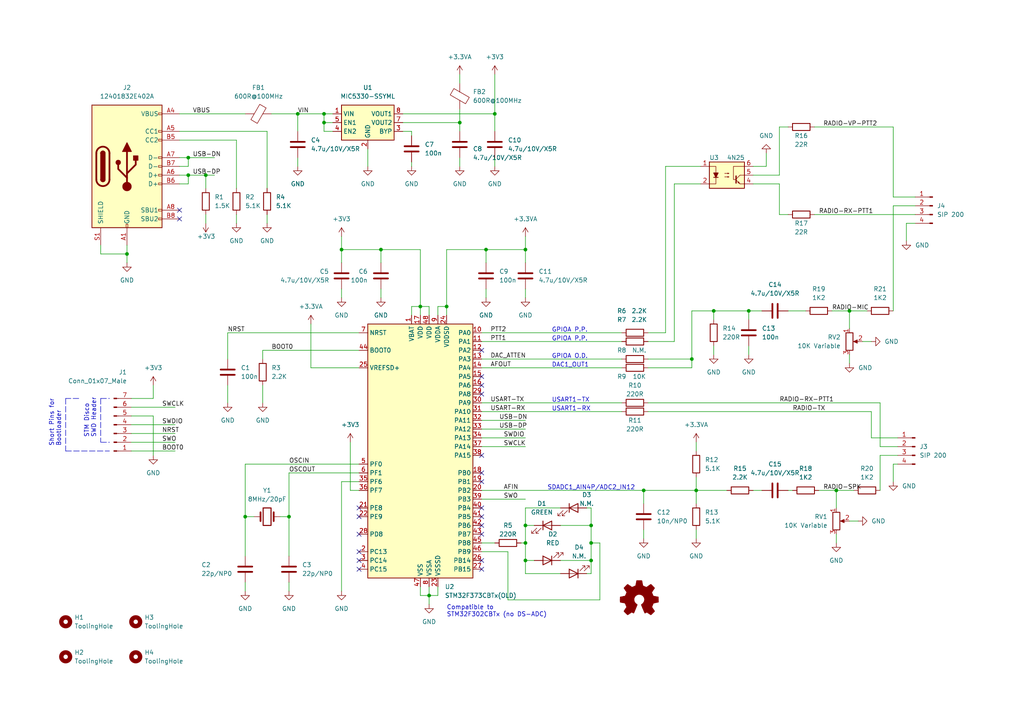
<source format=kicad_sch>
(kicad_sch (version 20231120) (generator "eeschema") (generator_version "8.0")
  (paper "A4")
  (title_block (title "All-In-One-Cable (AIOC)") (rev "1.0"))
  (lib_symbols
    (symbol "Connector:Conn_01x04_Male" (pin_names (offset 1.016) hide)
      (property "Reference" "J" (at 0 5.08 0))
      (property "Value" "Conn_01x04_Male" (at 0 -7.62 0))
      (symbol "Conn_01x04_Male_1_1"
        (pin passive line (at 5.08 2.54 180) (length 3.81) (name "Pin_1") (number "1"))
        (pin passive line (at 5.08 0 180) (length 3.81) (name "Pin_2") (number "2"))
        (pin passive line (at 5.08 -2.54 180) (length 3.81) (name "Pin_3") (number "3"))
        (pin passive line (at 5.08 -5.08 180) (length 3.81) (name "Pin_4") (number "4"))
      )
    )
    (symbol "Connector:Conn_01x07_Male" (pin_names (offset 1.016) hide)
      (property "Reference" "J" (at 0 10.16 0))
      (property "Value" "Conn_01x07_Male" (at 0 -10.16 0))
      (symbol "Conn_01x07_Male_1_1"
        (pin passive line (at 5.08 7.62 180) (length 3.81) (name "Pin_1") (number "1"))
        (pin passive line (at 5.08 5.08 180) (length 3.81) (name "Pin_2") (number "2"))
        (pin passive line (at 5.08 2.54 180) (length 3.81) (name "Pin_3") (number "3"))
        (pin passive line (at 5.08 0 180) (length 3.81) (name "Pin_4") (number "4"))
        (pin passive line (at 5.08 -2.54 180) (length 3.81) (name "Pin_5") (number "5"))
        (pin passive line (at 5.08 -5.08 180) (length 3.81) (name "Pin_6") (number "6"))
        (pin passive line (at 5.08 -7.62 180) (length 3.81) (name "Pin_7") (number "7"))
      )
    )
    (symbol "Connector:USB_C_Receptacle_USB2.0" (pin_names (offset 1.016))
      (property "Reference" "J2" (at 0 22.86 0))
      (property "Value" "12401832E402A" (at 0 20.32 0))
      (symbol "USB_C_Receptacle_USB2.0_1_1"
        (pin passive line (at 0 -22.86 90) (length 5.08) (name "GND") (number "A1"))
        (pin passive line (at 0 -22.86 90) (length 5.08) hide (name "GND") (number "A12"))
        (pin passive line (at 15.24 15.24 180) (length 5.08) (name "VBUS") (number "A4"))
        (pin bidirectional line (at 15.24 10.16 180) (length 5.08) (name "CC1") (number "A5"))
        (pin bidirectional line (at 15.24 -2.54 180) (length 5.08) (name "D+") (number "A6"))
        (pin bidirectional line (at 15.24 2.54 180) (length 5.08) (name "D-") (number "A7"))
        (pin bidirectional line (at 15.24 -12.7 180) (length 5.08) (name "SBU1") (number "A8"))
        (pin power_out line (at 15.24 15.24 180) (length 5.08) hide (name "VBUS") (number "A9"))
        (pin passive line (at 0 -22.86 90) (length 5.08) hide (name "GND") (number "B1"))
        (pin passive line (at 0 -22.86 90) (length 5.08) hide (name "GND") (number "B12"))
        (pin passive line (at 15.24 15.24 180) (length 5.08) hide (name "VBUS") (number "B4"))
        (pin bidirectional line (at 15.24 7.62 180) (length 5.08) (name "CC2") (number "B5"))
        (pin bidirectional line (at 15.24 -5.08 180) (length 5.08) (name "D+") (number "B6"))
        (pin bidirectional line (at 15.24 0 180) (length 5.08) (name "D-") (number "B7"))
        (pin bidirectional line (at 15.24 -15.24 180) (length 5.08) (name "SBU2") (number "B8"))
        (pin passive line (at 15.24 15.24 180) (length 5.08) hide (name "VBUS") (number "B9"))
        (pin passive line (at -7.62 -22.86 90) (length 5.08) (name "SHIELD") (number "S1"))
      )
    )
    (symbol "Device:C" (pin_numbers hide) (pin_names (offset 0.254))
      (property "Reference" "C" (at 0.635 2.54 0))
      (property "Value" "C" (at 0.635 -2.54 0))
      (symbol "C_1_1"
        (pin passive line (at 0 3.81 270) (length 2.794) (name "~") (number "1"))
        (pin passive line (at 0 -3.81 90) (length 2.794) (name "~") (number "2"))
      )
    )
    (symbol "Device:Crystal" (pin_numbers hide) (pin_names (offset 1.016) hide)
      (property "Reference" "Y" (at 0 3.81 0))
      (property "Value" "Crystal" (at 0 -3.81 0))
      (symbol "Crystal_1_1"
        (pin passive line (at -3.81 0 0) (length 1.27) (name "1") (number "1"))
        (pin passive line (at 3.81 0 180) (length 1.27) (name "2") (number "2"))
      )
    )
    (symbol "Device:FerriteBead" (pin_numbers hide) (pin_names (offset 0))
      (property "Reference" "FB" (at -3.81 0.635 90))
      (property "Value" "FerriteBead" (at 3.81 0 90))
      (symbol "FerriteBead_1_1"
        (pin passive line (at 0 3.81 270) (length 2.54) (name "~") (number "1"))
        (pin passive line (at 0 -3.81 90) (length 2.54) (name "~") (number "2"))
      )
    )
    (symbol "Device:LED" (pin_numbers hide) (pin_names (offset 1.016) hide)
      (property "Reference" "D" (at 0 2.54 0))
      (property "Value" "LED" (at 0 -2.54 0))
      (symbol "LED_1_1"
        (pin passive line (at -3.81 0 0) (length 2.54) (name "K") (number "1"))
        (pin passive line (at 3.81 0 180) (length 2.54) (name "A") (number "2"))
      )
    )
    (symbol "Device:R" (pin_numbers hide) (pin_names (offset 0))
      (property "Reference" "R" (at 2.032 0 90))
      (property "Value" "R" (at 0 0 90))
      (symbol "R_1_1"
        (pin passive line (at 0 3.81 270) (length 1.27) (name "~") (number "1"))
        (pin passive line (at 0 -3.81 90) (length 1.27) (name "~") (number "2"))
      )
    )
    (symbol "Device:R_Potentiometer" (pin_names (offset 1.016) hide)
      (property "Reference" "RV" (at -4.445 0 90))
      (property "Value" "R_Potentiometer" (at -2.54 0 90))
      (symbol "R_Potentiometer_1_1"
        (pin passive line (at 0 3.81 270) (length 1.27) (name "1") (number "1"))
        (pin passive line (at 3.81 0 180) (length 1.27) (name "2") (number "2"))
        (pin passive line (at 0 -3.81 90) (length 1.27) (name "3") (number "3"))
      )
    )
    (symbol "Graphic:Logo_Open_Hardware_Small" (pin_names (offset 1.016)))
    (symbol "MCU_ST_STM32F3:STM32F373CBTx"
      (property "Reference" "U" (at -15.24 36.83 0))
      (property "Value" "STM32F373CBTx" (at 10.16 36.83 0))
      (symbol "STM32F373CBTx_1_1"
        (pin power_in line (at -2.54 38.1 270) (length 2.54) (name "VBAT") (number "1"))
        (pin bidirectional line (at 17.78 33.02 180) (length 2.54) (name "PA0") (number "10"))
        (pin bidirectional line (at 17.78 30.48 180) (length 2.54) (name "PA1") (number "11"))
        (pin bidirectional line (at 17.78 27.94 180) (length 2.54) (name "PA2") (number "12"))
        (pin bidirectional line (at 17.78 25.4 180) (length 2.54) (name "PA3") (number "13"))
        (pin bidirectional line (at 17.78 22.86 180) (length 2.54) (name "PA4") (number "14"))
        (pin bidirectional line (at 17.78 20.32 180) (length 2.54) (name "PA5") (number "15"))
        (pin bidirectional line (at 17.78 17.78 180) (length 2.54) (name "PA6") (number "16"))
        (pin power_in line (at 0 38.1 270) (length 2.54) (name "VDD") (number "17"))
        (pin bidirectional line (at 17.78 -7.62 180) (length 2.54) (name "PB0") (number "18"))
        (pin bidirectional line (at 17.78 -10.16 180) (length 2.54) (name "PB1") (number "19"))
        (pin bidirectional line (at -17.78 -30.48 0) (length 2.54) (name "PC13") (number "2"))
        (pin bidirectional line (at 17.78 -12.7 180) (length 2.54) (name "PB2") (number "20"))
        (pin bidirectional line (at -17.78 -17.78 0) (length 2.54) (name "PE8") (number "21"))
        (pin bidirectional line (at -17.78 -20.32 0) (length 2.54) (name "PE9") (number "22"))
        (pin power_in line (at 5.08 -40.64 90) (length 2.54) (name "VSSSD") (number "23"))
        (pin power_in line (at 7.62 38.1 270) (length 2.54) (name "VDDSD") (number "24"))
        (pin power_in line (at -17.78 22.86 0) (length 2.54) (name "VREFSD+") (number "25"))
        (pin bidirectional line (at 17.78 -33.02 180) (length 2.54) (name "PB14") (number "26"))
        (pin bidirectional line (at 17.78 -35.56 180) (length 2.54) (name "PB15") (number "27"))
        (pin bidirectional line (at -17.78 -25.4 0) (length 2.54) (name "PD8") (number "28"))
        (pin bidirectional line (at 17.78 15.24 180) (length 2.54) (name "PA8") (number "29"))
        (pin bidirectional line (at -17.78 -33.02 0) (length 2.54) (name "PC14") (number "3"))
        (pin bidirectional line (at 17.78 12.7 180) (length 2.54) (name "PA9") (number "30"))
        (pin bidirectional line (at 17.78 10.16 180) (length 2.54) (name "PA10") (number "31"))
        (pin bidirectional line (at 17.78 7.62 180) (length 2.54) (name "PA11") (number "32"))
        (pin bidirectional line (at 17.78 5.08 180) (length 2.54) (name "PA12") (number "33"))
        (pin bidirectional line (at 17.78 2.54 180) (length 2.54) (name "PA13") (number "34"))
        (pin bidirectional line (at -17.78 -10.16 0) (length 2.54) (name "PF6") (number "35"))
        (pin bidirectional line (at -17.78 -12.7 0) (length 2.54) (name "PF7") (number "36"))
        (pin bidirectional line (at 17.78 0 180) (length 2.54) (name "PA14") (number "37"))
        (pin bidirectional line (at 17.78 -2.54 180) (length 2.54) (name "PA15") (number "38"))
        (pin bidirectional line (at 17.78 -15.24 180) (length 2.54) (name "PB3") (number "39"))
        (pin bidirectional line (at -17.78 -35.56 0) (length 2.54) (name "PC15") (number "4"))
        (pin bidirectional line (at 17.78 -17.78 180) (length 2.54) (name "PB4") (number "40"))
        (pin bidirectional line (at 17.78 -20.32 180) (length 2.54) (name "PB5") (number "41"))
        (pin bidirectional line (at 17.78 -22.86 180) (length 2.54) (name "PB6") (number "42"))
        (pin bidirectional line (at 17.78 -25.4 180) (length 2.54) (name "PB7") (number "43"))
        (pin input line (at -17.78 27.94 0) (length 2.54) (name "BOOT0") (number "44"))
        (pin bidirectional line (at 17.78 -27.94 180) (length 2.54) (name "PB8") (number "45"))
        (pin bidirectional line (at 17.78 -30.48 180) (length 2.54) (name "PB9") (number "46"))
        (pin power_in line (at 0 -40.64 90) (length 2.54) (name "VSS") (number "47"))
        (pin power_in line (at 2.54 38.1 270) (length 2.54) (name "VDD") (number "48"))
        (pin input line (at -17.78 -5.08 0) (length 2.54) (name "PF0") (number "5"))
        (pin input line (at -17.78 -7.62 0) (length 2.54) (name "PF1") (number "6"))
        (pin input line (at -17.78 33.02 0) (length 2.54) (name "NRST") (number "7"))
        (pin power_in line (at 2.54 -40.64 90) (length 2.54) (name "VSSA") (number "8"))
        (pin power_in line (at 5.08 38.1 270) (length 2.54) (name "VDDA") (number "9"))
      )
    )
    (symbol "Mechanical:MountingHole" (pin_names (offset 1.016))
      (property "Reference" "H" (at 0 5.08 0))
      (property "Value" "MountingHole" (at 0 3.175 0))
    )
    (symbol "Radio_Digi-rescue:4N25" (pin_names (offset 1.016))
      (property "Reference" "U" (at -5.08 5.08 0))
      (property "Value" "4N25" (at 0 5.08 0))
      (symbol "4N25_1_1"
        (pin passive line (at -7.62 2.54 0) (length 2.54) (name "~") (number "1"))
        (pin passive line (at -7.62 -2.54 0) (length 2.54) (name "~") (number "2"))
        (pin no_connect line (at -7.62 0 0) (length 2.54) hide (name "NC") (number "3"))
        (pin passive line (at 7.62 -2.54 180) (length 2.54) (name "~") (number "4"))
        (pin passive line (at 7.62 0 180) (length 2.54) (name "~") (number "5"))
        (pin passive line (at 7.62 2.54 180) (length 2.54) (name "~") (number "6"))
      )
    )
    (symbol "aioc:MIC5330-SSYML"
      (property "Reference" "U" (at 0 8.89 0))
      (property "Value" "MIC5330-SSYML" (at 0 6.35 0))
      (symbol "MIC5330-SSYML_1_1"
        (pin power_in line (at -10.16 2.54 0) (length 2.54) (name "VIN") (number "1"))
        (pin power_in line (at 0 -7.62 90) (length 2.54) (name "GND") (number "2"))
        (pin passive line (at 10.16 -2.54 180) (length 2.54) (name "BYP") (number "3"))
        (pin input line (at -10.16 -2.54 0) (length 2.54) (name "EN2") (number "4"))
        (pin input line (at -10.16 0 0) (length 2.54) (name "EN1") (number "5"))
        (pin power_out line (at 10.16 0 180) (length 2.54) (name "VOUT2") (number "7"))
        (pin power_out line (at 10.16 2.54 180) (length 2.54) (name "VOUT1") (number "8"))
        (pin passive line (at 0 -7.62 90) (length 2.54) hide (name "GND") (number "9"))
      )
    )
    (symbol "power:+3.3VA" (power) (pin_names (offset 0))
      (property "Value" "+3.3VA" (at 0 3.556 0))
      (symbol "+3.3VA_1_1"
        (pin power_in line (at 0 0 90) (length 0) hide (name "+3.3VA") (number "1"))
      )
    )
    (symbol "power:+3V3" (power) (pin_names (offset 0))
      (property "Value" "+3V3" (at 0 3.556 0))
      (symbol "+3V3_1_1"
        (pin power_in line (at 0 0 90) (length 0) hide (name "+3V3") (number "1"))
      )
    )
    (symbol "power:GND" (power) (pin_names (offset 0))
      (property "Value" "GND" (at 0 -3.81 0))
      (symbol "GND_1_1"
        (pin power_in line (at 0 0 270) (length 0) hide (name "GND") (number "1"))
      )
    )
  )
  (junction (at 54.61 45.72))
  (junction (at 152.4 152.4))
  (junction (at 36.83 73.66))
  (junction (at 59.69 50.8))
  (junction (at 171.45 162.56))
  (junction (at 93.98 33.02))
  (junction (at 246.38 90.17))
  (junction (at 140.97 72.39))
  (junction (at 86.36 33.02))
  (junction (at 201.93 142.24))
  (junction (at 152.4 162.56))
  (junction (at 171.45 152.4))
  (junction (at 171.45 157.48))
  (junction (at 129.54 88.9))
  (junction (at 121.92 88.9))
  (junction (at 133.35 35.56))
  (junction (at 152.4 72.39))
  (junction (at 207.01 90.17))
  (junction (at 217.17 90.17))
  (junction (at 99.06 72.39))
  (junction (at 242.57 142.24))
  (junction (at 110.49 72.39))
  (junction (at 54.61 50.8))
  (junction (at 71.12 149.86))
  (junction (at 124.46 172.72))
  (junction (at 152.4 157.48))
  (junction (at 186.69 142.24))
  (junction (at 83.82 149.86))
  (junction (at 200.66 104.14))
  (junction (at 143.51 33.02))
  (junction (at 93.98 35.56))
  (no_connect (at 104.14 162.56))
  (no_connect (at 104.14 154.94))
  (no_connect (at 104.14 160.02))
  (no_connect (at 104.14 165.1))
  (no_connect (at 104.14 147.32))
  (no_connect (at 104.14 149.86))
  (no_connect (at 139.7 109.22))
  (no_connect (at 139.7 111.76))
  (no_connect (at 139.7 114.3))
  (no_connect (at 139.7 101.6))
  (no_connect (at 139.7 132.08))
  (no_connect (at 139.7 137.16))
  (no_connect (at 139.7 149.86))
  (no_connect (at 139.7 152.4))
  (no_connect (at 139.7 139.7))
  (no_connect (at 139.7 147.32))
  (no_connect (at 139.7 162.56))
  (no_connect (at 139.7 165.1))
  (no_connect (at 139.7 154.94))
  (no_connect (at 52.07 63.5))
  (no_connect (at 52.07 60.96))
  (wire (pts (xy 143.51 21.59) (xy 143.51 33.02)))
  (wire (pts (xy 186.69 153.67) (xy 186.69 156.21)))
  (wire (pts (xy 200.66 106.68) (xy 200.66 104.14)))
  (wire (pts (xy 121.92 72.39) (xy 110.49 72.39)))
  (wire (pts (xy 124.46 172.72) (xy 124.46 175.26)))
  (wire (pts (xy 121.92 91.44) (xy 121.92 88.9)))
  (wire (pts (xy 255.27 132.08) (xy 260.35 132.08)))
  (wire (pts (xy 124.46 88.9) (xy 124.46 91.44)))
  (wire (pts (xy 139.7 129.54) (xy 152.4 129.54)))
  (wire (pts (xy 195.58 53.34) (xy 195.58 99.06)))
  (wire (pts (xy 218.44 50.8) (xy 226.06 50.8)))
  (wire (pts (xy 83.82 137.16) (xy 83.82 149.86)))
  (wire (pts (xy 171.45 147.32) (xy 170.18 147.32)))
  (wire (pts (xy 66.04 96.52) (xy 66.04 104.14)))
  (wire (pts (xy 86.36 33.02) (xy 93.98 33.02)))
  (wire (pts (xy 52.07 38.1) (xy 77.47 38.1)))
  (wire (pts (xy 99.06 68.58) (xy 99.06 72.39)))
  (wire (pts (xy 226.06 36.83) (xy 228.6 36.83)))
  (wire (pts (xy 140.97 72.39) (xy 140.97 76.2)))
  (wire (pts (xy 147.32 173.99) (xy 147.32 160.02)))
  (polyline (pts (xy 22.86 115.57) (xy 19.05 115.57)) (stroke (width 0) (type dash)))
  (wire (pts (xy 241.3 90.17) (xy 246.38 90.17)))
  (wire (pts (xy 77.47 62.23) (xy 77.47 64.77)))
  (wire (pts (xy 187.96 119.38) (xy 252.73 119.38)))
  (wire (pts (xy 170.18 166.37) (xy 171.45 166.37)))
  (wire (pts (xy 228.6 142.24) (xy 229.87 142.24)))
  (wire (pts (xy 133.35 35.56) (xy 133.35 38.1)))
  (wire (pts (xy 162.56 166.37) (xy 152.4 166.37)))
  (wire (pts (xy 127 88.9) (xy 127 91.44)))
  (wire (pts (xy 96.52 35.56) (xy 93.98 35.56)))
  (wire (pts (xy 66.04 111.76) (xy 66.04 116.84)))
  (wire (pts (xy 152.4 72.39) (xy 152.4 76.2)))
  (wire (pts (xy 162.56 147.32) (xy 152.4 147.32)))
  (wire (pts (xy 104.14 96.52) (xy 66.04 96.52)))
  (wire (pts (xy 242.57 142.24) (xy 247.65 142.24)))
  (wire (pts (xy 201.93 146.05) (xy 201.93 142.24)))
  (polyline (pts (xy 29.21 115.57) (xy 29.21 128.27)) (stroke (width 0) (type dash)))
  (wire (pts (xy 187.96 106.68) (xy 200.66 106.68)))
  (wire (pts (xy 171.45 152.4) (xy 171.45 157.48)))
  (wire (pts (xy 38.1 115.57) (xy 44.45 115.57)))
  (wire (pts (xy 93.98 33.02) (xy 96.52 33.02)))
  (polyline (pts (xy 19.05 130.81) (xy 31.75 130.81)) (stroke (width 0) (type dash)))
  (wire (pts (xy 152.4 162.56) (xy 154.94 162.56)))
  (wire (pts (xy 93.98 38.1) (xy 93.98 35.56)))
  (wire (pts (xy 44.45 115.57) (xy 44.45 111.76)))
  (wire (pts (xy 38.1 128.27) (xy 50.8 128.27)))
  (wire (pts (xy 152.4 83.82) (xy 152.4 86.36)))
  (wire (pts (xy 71.12 149.86) (xy 73.66 149.86)))
  (wire (pts (xy 121.92 170.18) (xy 121.92 172.72)))
  (wire (pts (xy 99.06 139.7) (xy 99.06 171.45)))
  (wire (pts (xy 217.17 100.33) (xy 217.17 102.87)))
  (wire (pts (xy 255.27 142.24) (xy 255.27 132.08)))
  (wire (pts (xy 129.54 72.39) (xy 129.54 88.9)))
  (wire (pts (xy 29.21 71.12) (xy 29.21 73.66)))
  (wire (pts (xy 71.12 149.86) (xy 71.12 161.29)))
  (wire (pts (xy 226.06 62.23) (xy 228.6 62.23)))
  (wire (pts (xy 119.38 38.1) (xy 119.38 39.37)))
  (wire (pts (xy 77.47 38.1) (xy 77.47 54.61)))
  (wire (pts (xy 116.84 38.1) (xy 119.38 38.1)))
  (wire (pts (xy 86.36 33.02) (xy 86.36 38.1)))
  (wire (pts (xy 151.13 157.48) (xy 152.4 157.48)))
  (wire (pts (xy 54.61 45.72) (xy 62.23 45.72)))
  (wire (pts (xy 110.49 72.39) (xy 110.49 76.2)))
  (wire (pts (xy 133.35 45.72) (xy 133.35 48.26)))
  (wire (pts (xy 152.4 157.48) (xy 152.4 162.56)))
  (wire (pts (xy 139.7 127) (xy 152.4 127)))
  (wire (pts (xy 71.12 134.62) (xy 71.12 149.86)))
  (wire (pts (xy 217.17 90.17) (xy 220.98 90.17)))
  (wire (pts (xy 139.7 119.38) (xy 180.34 119.38)))
  (wire (pts (xy 228.6 90.17) (xy 233.68 90.17)))
  (wire (pts (xy 171.45 166.37) (xy 171.45 162.56)))
  (wire (pts (xy 121.92 88.9) (xy 124.46 88.9)))
  (wire (pts (xy 193.04 48.26) (xy 193.04 96.52)))
  (wire (pts (xy 59.69 50.8) (xy 59.69 54.61)))
  (wire (pts (xy 76.2 111.76) (xy 76.2 116.84)))
  (wire (pts (xy 171.45 157.48) (xy 171.45 162.56)))
  (wire (pts (xy 36.83 73.66) (xy 36.83 76.2)))
  (wire (pts (xy 83.82 168.91) (xy 83.82 171.45)))
  (wire (pts (xy 222.25 48.26) (xy 222.25 44.45)))
  (wire (pts (xy 237.49 142.24) (xy 242.57 142.24)))
  (wire (pts (xy 44.45 120.65) (xy 44.45 132.08)))
  (wire (pts (xy 139.7 144.78) (xy 152.4 144.78)))
  (wire (pts (xy 246.38 151.13) (xy 248.92 151.13)))
  (wire (pts (xy 99.06 83.82) (xy 99.06 86.36)))
  (wire (pts (xy 119.38 88.9) (xy 121.92 88.9)))
  (wire (pts (xy 242.57 154.94) (xy 242.57 157.48)))
  (wire (pts (xy 259.08 36.83) (xy 259.08 57.15)))
  (polyline (pts (xy 29.21 128.27) (xy 31.75 128.27)) (stroke (width 0) (type dash)))
  (wire (pts (xy 38.1 125.73) (xy 50.8 125.73)))
  (wire (pts (xy 152.4 166.37) (xy 152.4 162.56)))
  (wire (pts (xy 173.99 157.48) (xy 173.99 173.99)))
  (wire (pts (xy 119.38 91.44) (xy 119.38 88.9)))
  (wire (pts (xy 52.07 50.8) (xy 54.61 50.8)))
  (wire (pts (xy 195.58 53.34) (xy 203.2 53.34)))
  (wire (pts (xy 173.99 173.99) (xy 147.32 173.99)))
  (wire (pts (xy 76.2 101.6) (xy 76.2 104.14)))
  (wire (pts (xy 207.01 92.71) (xy 207.01 90.17)))
  (wire (pts (xy 38.1 118.11) (xy 50.8 118.11)))
  (wire (pts (xy 255.27 129.54) (xy 260.35 129.54)))
  (wire (pts (xy 143.51 45.72) (xy 143.51 48.26)))
  (wire (pts (xy 124.46 170.18) (xy 124.46 172.72)))
  (wire (pts (xy 139.7 99.06) (xy 180.34 99.06)))
  (wire (pts (xy 52.07 48.26) (xy 54.61 48.26)))
  (wire (pts (xy 143.51 33.02) (xy 143.51 38.1)))
  (wire (pts (xy 226.06 50.8) (xy 226.06 36.83)))
  (wire (pts (xy 52.07 53.34) (xy 54.61 53.34)))
  (wire (pts (xy 68.58 40.64) (xy 68.58 54.61)))
  (wire (pts (xy 104.14 139.7) (xy 99.06 139.7)))
  (wire (pts (xy 217.17 90.17) (xy 217.17 92.71)))
  (wire (pts (xy 81.28 149.86) (xy 83.82 149.86)))
  (wire (pts (xy 116.84 33.02) (xy 143.51 33.02)))
  (wire (pts (xy 265.43 64.77) (xy 262.89 64.77)))
  (wire (pts (xy 171.45 152.4) (xy 171.45 147.32)))
  (wire (pts (xy 133.35 21.59) (xy 133.35 24.13)))
  (wire (pts (xy 252.73 127) (xy 260.35 127)))
  (wire (pts (xy 200.66 90.17) (xy 207.01 90.17)))
  (wire (pts (xy 186.69 146.05) (xy 186.69 142.24)))
  (wire (pts (xy 207.01 100.33) (xy 207.01 102.87)))
  (wire (pts (xy 127 170.18) (xy 127 172.72)))
  (wire (pts (xy 29.21 73.66) (xy 36.83 73.66)))
  (wire (pts (xy 139.7 116.84) (xy 180.34 116.84)))
  (wire (pts (xy 119.38 46.99) (xy 119.38 48.26)))
  (wire (pts (xy 162.56 152.4) (xy 171.45 152.4)))
  (wire (pts (xy 101.6 128.27) (xy 101.6 142.24)))
  (wire (pts (xy 104.14 101.6) (xy 76.2 101.6)))
  (wire (pts (xy 201.93 128.27) (xy 201.93 130.81)))
  (wire (pts (xy 236.22 36.83) (xy 259.08 36.83)))
  (wire (pts (xy 110.49 83.82) (xy 110.49 86.36)))
  (wire (pts (xy 52.07 33.02) (xy 71.12 33.02)))
  (wire (pts (xy 129.54 72.39) (xy 140.97 72.39)))
  (wire (pts (xy 201.93 142.24) (xy 210.82 142.24)))
  (wire (pts (xy 187.96 104.14) (xy 200.66 104.14)))
  (wire (pts (xy 200.66 104.14) (xy 200.66 90.17)))
  (wire (pts (xy 83.82 137.16) (xy 104.14 137.16)))
  (wire (pts (xy 201.93 138.43) (xy 201.93 142.24)))
  (wire (pts (xy 255.27 116.84) (xy 255.27 129.54)))
  (wire (pts (xy 139.7 96.52) (xy 180.34 96.52)))
  (wire (pts (xy 218.44 142.24) (xy 220.98 142.24)))
  (wire (pts (xy 83.82 149.86) (xy 83.82 161.29)))
  (wire (pts (xy 116.84 35.56) (xy 133.35 35.56)))
  (wire (pts (xy 171.45 157.48) (xy 173.99 157.48)))
  (wire (pts (xy 152.4 152.4) (xy 152.4 157.48)))
  (wire (pts (xy 201.93 153.67) (xy 201.93 156.21)))
  (wire (pts (xy 44.45 120.65) (xy 38.1 120.65)))
  (wire (pts (xy 218.44 53.34) (xy 226.06 53.34)))
  (wire (pts (xy 187.96 116.84) (xy 255.27 116.84)))
  (wire (pts (xy 259.08 59.69) (xy 265.43 59.69)))
  (wire (pts (xy 104.14 142.24) (xy 101.6 142.24)))
  (wire (pts (xy 71.12 168.91) (xy 71.12 171.45)))
  (wire (pts (xy 106.68 43.18) (xy 106.68 48.26)))
  (wire (pts (xy 52.07 45.72) (xy 54.61 45.72)))
  (wire (pts (xy 193.04 48.26) (xy 203.2 48.26)))
  (wire (pts (xy 68.58 62.23) (xy 68.58 64.77)))
  (wire (pts (xy 90.17 106.68) (xy 104.14 106.68)))
  (wire (pts (xy 129.54 88.9) (xy 127 88.9)))
  (polyline (pts (xy 19.05 115.57) (xy 19.05 130.81)) (stroke (width 0) (type dash)))
  (wire (pts (xy 127 172.72) (xy 124.46 172.72)))
  (wire (pts (xy 96.52 38.1) (xy 93.98 38.1)))
  (polyline (pts (xy 29.21 115.57) (xy 31.75 115.57)) (stroke (width 0) (type dash)))
  (wire (pts (xy 154.94 152.4) (xy 152.4 152.4)))
  (wire (pts (xy 121.92 72.39) (xy 121.92 88.9)))
  (wire (pts (xy 139.7 104.14) (xy 180.34 104.14)))
  (wire (pts (xy 54.61 50.8) (xy 54.61 53.34)))
  (wire (pts (xy 139.7 121.92) (xy 152.4 121.92)))
  (wire (pts (xy 236.22 62.23) (xy 265.43 62.23)))
  (wire (pts (xy 59.69 50.8) (xy 62.23 50.8)))
  (wire (pts (xy 52.07 40.64) (xy 68.58 40.64)))
  (wire (pts (xy 139.7 157.48) (xy 143.51 157.48)))
  (wire (pts (xy 140.97 83.82) (xy 140.97 86.36)))
  (wire (pts (xy 54.61 45.72) (xy 54.61 48.26)))
  (wire (pts (xy 246.38 90.17) (xy 251.46 90.17)))
  (wire (pts (xy 218.44 48.26) (xy 222.25 48.26)))
  (wire (pts (xy 162.56 162.56) (xy 171.45 162.56)))
  (wire (pts (xy 246.38 102.87) (xy 246.38 105.41)))
  (wire (pts (xy 147.32 160.02) (xy 139.7 160.02)))
  (wire (pts (xy 139.7 106.68) (xy 180.34 106.68)))
  (wire (pts (xy 129.54 91.44) (xy 129.54 88.9)))
  (wire (pts (xy 124.46 172.72) (xy 121.92 172.72)))
  (wire (pts (xy 86.36 45.72) (xy 86.36 48.26)))
  (wire (pts (xy 140.97 72.39) (xy 152.4 72.39)))
  (wire (pts (xy 99.06 72.39) (xy 99.06 76.2)))
  (wire (pts (xy 260.35 134.62) (xy 259.08 134.62)))
  (wire (pts (xy 54.61 50.8) (xy 59.69 50.8)))
  (wire (pts (xy 59.69 62.23) (xy 59.69 64.77)))
  (wire (pts (xy 262.89 64.77) (xy 262.89 69.85)))
  (wire (pts (xy 252.73 119.38) (xy 252.73 127)))
  (wire (pts (xy 110.49 72.39) (xy 99.06 72.39)))
  (wire (pts (xy 246.38 90.17) (xy 246.38 95.25)))
  (wire (pts (xy 36.83 71.12) (xy 36.83 73.66)))
  (wire (pts (xy 71.12 134.62) (xy 104.14 134.62)))
  (wire (pts (xy 259.08 134.62) (xy 259.08 139.7)))
  (wire (pts (xy 186.69 142.24) (xy 201.93 142.24)))
  (wire (pts (xy 250.19 99.06) (xy 252.73 99.06)))
  (wire (pts (xy 226.06 53.34) (xy 226.06 62.23)))
  (wire (pts (xy 139.7 142.24) (xy 186.69 142.24)))
  (wire (pts (xy 38.1 130.81) (xy 50.8 130.81)))
  (wire (pts (xy 152.4 147.32) (xy 152.4 152.4)))
  (wire (pts (xy 259.08 57.15) (xy 265.43 57.15)))
  (wire (pts (xy 133.35 31.75) (xy 133.35 35.56)))
  (wire (pts (xy 139.7 124.46) (xy 152.4 124.46)))
  (wire (pts (xy 242.57 142.24) (xy 242.57 147.32)))
  (wire (pts (xy 207.01 90.17) (xy 217.17 90.17)))
  (wire (pts (xy 93.98 33.02) (xy 93.98 35.56)))
  (wire (pts (xy 187.96 96.52) (xy 193.04 96.52)))
  (wire (pts (xy 78.74 33.02) (xy 86.36 33.02)))
  (wire (pts (xy 187.96 99.06) (xy 195.58 99.06)))
  (wire (pts (xy 259.08 90.17) (xy 259.08 59.69)))
  (wire (pts (xy 152.4 68.58) (xy 152.4 72.39)))
  (wire (pts (xy 38.1 123.19) (xy 50.8 123.19)))
  (wire (pts (xy 90.17 93.98) (xy 90.17 106.68)))
  (text "STM Disco\nSWD Header" (at 27.94 127 90) (effects (font (size 1.27 1.27)) (justify left bottom)))
  (text "Short Pins for\nBootloader" (at 17.78 129.54 90) (effects (font (size 1.27 1.27)) (justify left bottom)))
  (text "SDADC1_AIN4P/ADC2_IN12" (at 158.75 142.24 0) (effects (font (size 1.27 1.27)) (justify left bottom)))
  (text "USART1-TX" (at 160.02 116.84 0) (effects (font (size 1.27 1.27)) (justify left bottom)))
  (text "GPIOA P.P." (at 160.02 99.06 0) (effects (font (size 1.27 1.27)) (justify left bottom)))
  (text "DAC1_OUT1" (at 160.02 106.68 0) (effects (font (size 1.27 1.27)) (justify left bottom)))
  (text "GPIOA O.D." (at 160.02 104.14 0) (effects (font (size 1.27 1.27)) (justify left bottom)))
  (text "Compatible to \nSTM32F302CBTx (no DS-ADC)" (at 129.54 179.07 0) (effects (font (size 1.27 1.27)) (justify left bottom)))
  (text "USART1-RX" (at 160.02 119.38 0) (effects (font (size 1.27 1.27)) (justify left bottom)))
  (text "GPIOA P.P." (at 160.02 96.52 0) (effects (font (size 1.27 1.27)) (justify left bottom)))
  (label "OSCIN" (at 83.82 134.62 0))
  (label "RADIO-VP-PTT2" (at 238.76 36.83 0))
  (label "AFIN" (at 146.05 142.24 0))
  (label "VBUS" (at 55.88 33.02 0))
  (label "NRST" (at 66.04 96.52 0))
  (label "PTT2" (at 142.24 96.52 0))
  (label "SWO" (at 46.99 128.27 0))
  (label "SWO" (at 146.05 144.78 0))
  (label "SWDIO" (at 146.05 127 0))
  (label "USB-DN" (at 55.88 45.72 0))
  (label "OSCOUT" (at 83.82 137.16 0))
  (label "USB-DP" (at 55.88 50.8 0))
  (label "BOOT0" (at 78.74 101.6 0))
  (label "USART-RX" (at 142.24 119.38 0))
  (label "SWDIO" (at 46.99 123.19 0))
  (label "USB-DP" (at 144.78 124.46 0))
  (label "VIN" (at 86.36 33.02 0))
  (label "PTT1" (at 142.24 99.06 0))
  (label "AFOUT" (at 142.24 106.68 0))
  (label "SWCLK" (at 46.99 118.11 0))
  (label "RADIO-RX-PTT1" (at 226.06 116.84 0))
  (label "RADIO-MIC" (at 241.3 90.17 0))
  (label "RADIO-RX-PTT1" (at 237.49 62.23 0))
  (label "USART-TX" (at 142.24 116.84 0))
  (label "SWCLK" (at 146.05 129.54 0))
  (label "BOOT0" (at 46.99 130.81 0))
  (label "NRST" (at 46.99 125.73 0))
  (label "RADIO-SPK" (at 238.76 142.24 0))
  (label "DAC_ATTEN" (at 142.24 104.14 0))
  (label "USB-DN" (at 144.78 121.92 0))
  (label "RADIO-TX" (at 229.87 119.38 0))
  (symbol (lib_id "Device:R") (at 184.15 116.84 270) (unit 1)
    (property "Reference" "R10" (at 184.15 111.76 90))
    (property "Value" "220R" (at 184.15 114.3 90))
    (property "Footprint" "Resistor_SMD:R_0805_2012Metric_Pad1.20x1.40mm_HandSolder" (effects (hide yes)))
    (property "LCSC" "C22962" (effects (hide yes)))
  )
  (symbol (lib_id "power:+3V3") (at 59.69 64.77 180) (unit 1)
    (property "Reference" "#PWR04" (effects (hide yes)))
    (property "Value" "+3V3" (at 57.15 68.58 0) (effects (justify right)))
  )
  (symbol (lib_id "Mechanical:MountingHole") (at 19.05 190.5 0) (unit 1) (in_bom no)
    (property "Reference" "H2" (at 21.59 189.2299 0) (effects (justify left)))
    (property "Value" "ToolingHole" (at 21.59 191.7699 0) (effects (justify left)))
    (property "Footprint" "AIOC:TOOLING-HOLE" (effects (hide yes)))
  )
  (symbol (lib_id "power:GND") (at 99.06 86.36 0) (mirror y) (unit 1)
    (property "Reference" "#PWR014" (effects (hide yes)))
    (property "Value" "GND" (at 99.06 91.44 0))
  )
  (symbol (lib_id "power:+3.3VA") (at 133.35 21.59 0) (unit 1)
    (property "Reference" "#PWR021" (effects (hide yes)))
    (property "Value" "+3.3VA" (at 133.35 16.51 0))
  )
  (symbol (lib_id "Device:R") (at 214.63 142.24 90) (unit 1)
    (property "Reference" "R15" (at 214.63 135.89 90))
    (property "Value" "2.2K" (at 214.63 138.43 90))
    (property "Footprint" "Resistor_SMD:R_0805_2012Metric_Pad1.20x1.40mm_HandSolder" (effects (hide yes)))
    (property "LCSC" "C4190" (effects (hide yes)))
  )
  (symbol (lib_id "Graphic:Logo_Open_Hardware_Small") (at 185.42 173.99 0) (unit 1)
    (property "Reference" "#LOGO1" (effects (hide yes)))
    (property "Value" "Logo_Open_Hardware_Small" (effects (hide yes)))
  )
  (symbol (lib_id "Device:R") (at 255.27 90.17 90) (unit 1)
    (property "Reference" "R21" (at 255.27 83.82 90))
    (property "Value" "1K2" (at 255.27 86.36 90))
    (property "Footprint" "Resistor_SMD:R_0805_2012Metric_Pad1.20x1.40mm_HandSolder" (effects (hide yes)))
  )
  (symbol (lib_id "power:+3V3") (at 143.51 21.59 0) (unit 1)
    (property "Reference" "#PWR024" (effects (hide yes)))
    (property "Value" "+3V3" (at 143.51 16.51 0))
  )
  (symbol (lib_id "Device:R") (at 237.49 90.17 90) (unit 1)
    (property "Reference" "R19" (at 237.49 83.82 90))
    (property "Value" "1K2" (at 237.49 86.36 90))
    (property "Footprint" "Resistor_SMD:R_0805_2012Metric_Pad1.20x1.40mm_HandSolder" (effects (hide yes)))
  )
  (symbol (lib_id "Device:R") (at 184.15 104.14 270) (unit 1)
    (property "Reference" "R8" (at 180.34 101.6 90))
    (property "Value" "N.M." (at 185.42 101.6 90))
    (property "Footprint" "Resistor_SMD:R_0805_2012Metric_Pad1.20x1.40mm_HandSolder" (effects (hide yes)))
  )
  (symbol (lib_id "Device:R") (at 147.32 157.48 270) (unit 1)
    (property "Reference" "R5" (at 147.32 152.4 90))
    (property "Value" "220R" (at 147.32 154.94 90))
    (property "Footprint" "Resistor_SMD:R_0805_2012Metric_Pad1.20x1.40mm_HandSolder" (effects (hide yes)))
    (property "LCSC" "C22962" (effects (hide yes)))
  )
  (symbol (lib_id "power:GND") (at 36.83 76.2 0) (unit 1)
    (property "Reference" "#PWR01" (effects (hide yes)))
    (property "Value" "GND" (at 36.83 81.28 0))
  )
  (symbol (lib_id "power:GND") (at 66.04 116.84 0) (mirror y) (unit 1)
    (property "Reference" "#PWR05" (effects (hide yes)))
    (property "Value" "GND" (at 66.04 121.92 0))
  )
  (symbol (lib_id "Device:LED") (at 166.37 147.32 0) (unit 1)
    (property "Reference" "D3" (at 170.18 143.51 0))
    (property "Value" "N.M." (at 170.18 146.05 0))
    (property "Footprint" "LED_SMD:LED_0805_2012Metric_Pad1.15x1.40mm_HandSolder" (effects (hide yes)))
  )
  (symbol (lib_id "Device:R") (at 68.58 58.42 180) (unit 1)
    (property "Reference" "R2" (at 71.12 57.1499 0) (effects (justify right)))
    (property "Value" "5.1K" (at 71.12 59.6899 0) (effects (justify right)))
    (property "Footprint" "Resistor_SMD:R_0805_2012Metric_Pad1.20x1.40mm_HandSolder" (effects (hide yes)))
    (property "LCSC" "C23186" (effects (hide yes)))
  )
  (symbol (lib_id "MCU_ST_STM32F3:STM32F373CBTx") (at 121.92 129.54 0) (unit 1)
    (property "Reference" "U2" (at 129.0194 170.18 0) (effects (justify left)))
    (property "Value" "STM32F373CBTx(OLD)" (at 129.0194 172.72 0) (effects (justify left)))
    (property "Footprint" "Package_QFP:LQFP-48_7x7mm_P0.5mm" (effects (hide yes)))
    (property "Datasheet" "http://www.st.com/st-web-ui/static/active/en/resource/technical/document/datasheet/DM00046749.pdf" (effects (hide yes)))
    (property "LCSC" "C94046" (effects (hide yes)))
  )
  (symbol (lib_id "Device:C") (at 217.17 96.52 0) (unit 1)
    (property "Reference" "C13" (at 220.98 95.2499 0) (effects (justify left)))
    (property "Value" "100n" (at 220.98 97.7899 0) (effects (justify left)))
    (property "Footprint" "Capacitor_SMD:C_0805_2012Metric_Pad1.18x1.45mm_HandSolder" (effects (hide yes)))
    (property "LCSC" "C14663" (effects (hide yes)))
  )
  (symbol (lib_id "Device:FerriteBead") (at 133.35 27.94 0) (unit 1)
    (property "Reference" "FB2" (at 137.16 26.6191 0) (effects (justify left)))
    (property "Value" "600R@100MHz" (at 137.16 29.1591 0) (effects (justify left)))
    (property "Footprint" "Inductor_SMD:L_0805_2012Metric_Pad1.15x1.40mm_HandSolder" (effects (hide yes)))
    (property "LCSC" "C1002" (effects (hide yes)))
  )
  (symbol (lib_id "Device:LED") (at 158.75 152.4 0) (unit 1)
    (property "Reference" "D1" (at 157.1625 146.05 0))
    (property "Value" "GREEN" (at 157.1625 148.59 0))
    (property "Footprint" "LED_SMD:LED_0805_2012Metric_Pad1.15x1.40mm_HandSolder" (effects (hide yes)))
    (property "LCSC" "C72043" (effects (hide yes)))
  )
  (symbol (lib_id "power:+3V3") (at 99.06 68.58 0) (unit 1)
    (property "Reference" "#PWR013" (effects (hide yes)))
    (property "Value" "+3V3" (at 99.06 63.5 0))
  )
  (symbol (lib_id "power:+3.3VA") (at 152.4 68.58 0) (unit 1)
    (property "Reference" "#PWR026" (effects (hide yes)))
    (property "Value" "+3.3VA" (at 152.4 63.5 0))
  )
  (symbol (lib_id "Connector:Conn_01x04_Male") (at 270.51 59.69 0) (mirror y) (unit 1)
    (property "Reference" "J4" (at 271.78 59.6899 0) (effects (justify right)))
    (property "Value" "SIP 200" (at 271.78 62.2299 0) (effects (justify right)))
    (property "Footprint" "TerminalBlock:TerminalBlock_bornier-4_P5.08mm" (effects (hide yes)))
  )
  (symbol (lib_id "Device:C") (at 71.12 165.1 0) (unit 1)
    (property "Reference" "C2" (at 58.42 163.83 0) (effects (justify left)))
    (property "Value" "22p/NP0" (at 58.42 166.37 0) (effects (justify left)))
    (property "Footprint" "Capacitor_SMD:C_0805_2012Metric_Pad1.18x1.45mm_HandSolder" (effects (hide yes)))
    (property "LCSC" "C1653" (effects (hide yes)))
  )
  (symbol (lib_id "Device:C") (at 224.79 90.17 90) (unit 1)
    (property "Reference" "C14" (at 224.79 82.55 90))
    (property "Value" "4.7u/10V/X5R" (at 224.79 85.09 90))
    (property "Footprint" "Capacitor_SMD:C_0805_2012Metric_Pad1.18x1.45mm_HandSolder" (effects (hide yes)))
    (property "LCSC" "C19666" (effects (hide yes)))
  )
  (symbol (lib_id "Device:FerriteBead") (at 74.93 33.02 270) (unit 1)
    (property "Reference" "FB1" (at 74.9808 25.4 90))
    (property "Value" "600R@100MHz" (at 74.9808 27.94 90))
    (property "Footprint" "Inductor_SMD:L_0805_2012Metric_Pad1.15x1.40mm_HandSolder" (effects (hide yes)))
    (property "LCSC" "C1002" (effects (hide yes)))
  )
  (symbol (lib_id "Device:R_Potentiometer") (at 246.38 99.06 0) (unit 1)
    (property "Reference" "RV2" (at 243.84 97.7899 0) (effects (justify right)))
    (property "Value" "10K Variable" (at 243.84 100.3299 0) (effects (justify right)))
    (property "Footprint" "Potentiometer_SMD:Potentiometer_Bourns_3314G_Vertical" (effects (hide yes)))
  )
  (symbol (lib_id "power:GND") (at 77.47 64.77 0) (unit 1)
    (property "Reference" "#PWR09" (effects (hide yes)))
    (property "Value" "GND" (at 77.47 69.85 0))
  )
  (symbol (lib_id "power:GND") (at 242.57 157.48 0) (unit 1)
    (property "Reference" "#PWR034" (effects (hide yes)))
    (property "Value" "GND" (at 242.57 162.56 0))
  )
  (symbol (lib_id "Device:R") (at 232.41 36.83 270) (unit 1)
    (property "Reference" "R16" (at 232.41 39.37 90))
    (property "Value" "22R" (at 232.41 41.91 90))
    (property "Footprint" "Resistor_SMD:R_0805_2012Metric_Pad1.20x1.40mm_HandSolder" (effects (hide yes)))
    (property "LCSC" "C23345" (effects (hide yes)))
  )
  (symbol (lib_id "power:+3.3VA") (at 201.93 128.27 0) (unit 1)
    (property "Reference" "#PWR029" (effects (hide yes)))
    (property "Value" "+3.3VA" (at 201.93 123.19 0))
  )
  (symbol (lib_id "power:GND") (at 124.46 175.26 0) (unit 1)
    (property "Reference" "#PWR020" (effects (hide yes)))
    (property "Value" "GND" (at 124.46 180.34 0))
  )
  (symbol (lib_id "Device:R_Potentiometer") (at 242.57 151.13 0) (unit 1)
    (property "Reference" "RV1" (at 240.03 149.8599 0) (effects (justify right)))
    (property "Value" "10K Variable" (at 240.03 152.3999 0) (effects (justify right)))
    (property "Footprint" "Potentiometer_SMD:Potentiometer_Bourns_3314G_Vertical" (effects (hide yes)))
  )
  (symbol (lib_id "power:GND") (at 252.73 99.06 90) (unit 1)
    (property "Reference" "#PWR037" (effects (hide yes)))
    (property "Value" "GND" (at 256.54 99.0599 90) (effects (justify right)))
  )
  (symbol (lib_id "aioc:MIC5330-SSYML") (at 106.68 35.56 0) (unit 1)
    (property "Reference" "U1" (at 106.68 25.4 0))
    (property "Value" "MIC5330-SSYML" (at 106.68 27.94 0))
    (property "Footprint" "AIOC:Micrel_MLF-8-1EP_2x2mm_P0.5mm_EP0.6x1.2mm" (effects (hide yes)))
    (property "Datasheet" "http://ww1.microchip.com/downloads/en/DeviceDoc/mic5330.pdf" (effects (hide yes)))
    (property "LCSC" "C144168" (effects (hide yes)))
  )
  (symbol (lib_id "power:GND") (at 44.45 132.08 0) (mirror y) (unit 1)
    (property "Reference" "#PWR03" (effects (hide yes)))
    (property "Value" "GND" (at 44.45 137.16 0))
  )
  (symbol (lib_id "power:GND") (at 259.08 139.7 0) (unit 1)
    (property "Reference" "#PWR038" (effects (hide yes)))
    (property "Value" "GND" (at 261.62 140.9699 0) (effects (justify left)))
  )
  (symbol (lib_id "power:+3V3") (at 101.6 128.27 0) (unit 1)
    (property "Reference" "#PWR016" (effects (hide yes)))
    (property "Value" "+3V3" (at 101.6 123.19 0))
  )
  (symbol (lib_id "Device:Crystal") (at 77.47 149.86 0) (unit 1)
    (property "Reference" "Y1" (at 77.47 142.24 0))
    (property "Value" "8MHz/20pF" (at 77.47 144.78 0))
    (property "Footprint" "AIOC:Crystal_SMD_5032-2Pin_5.0x3.2mm" (effects (hide yes)))
    (property "LCSC" "C115962" (effects (hide yes)))
  )
  (symbol (lib_id "Device:R") (at 59.69 58.42 180) (unit 1)
    (property "Reference" "R1" (at 62.23 57.1499 0) (effects (justify right)))
    (property "Value" "1.5K" (at 62.23 59.6899 0) (effects (justify right)))
    (property "Footprint" "Resistor_SMD:R_0805_2012Metric_Pad1.20x1.40mm_HandSolder" (effects (hide yes)))
    (property "LCSC" "C22843" (effects (hide yes)))
  )
  (symbol (lib_id "Device:C") (at 224.79 142.24 90) (unit 1)
    (property "Reference" "C15" (at 224.79 134.62 90))
    (property "Value" "4.7u/10V/X5R" (at 224.79 137.16 90))
    (property "Footprint" "Capacitor_SMD:C_0805_2012Metric_Pad1.18x1.45mm_HandSolder" (effects (hide yes)))
    (property "LCSC" "C19666" (effects (hide yes)))
  )
  (symbol (lib_id "Device:R") (at 233.68 142.24 90) (unit 1)
    (property "Reference" "R18" (at 233.68 135.89 90))
    (property "Value" "1K2" (at 233.68 138.43 90))
    (property "Footprint" "Resistor_SMD:R_0805_2012Metric_Pad1.20x1.40mm_HandSolder" (effects (hide yes)))
  )
  (symbol (lib_id "power:+3.3VA") (at 90.17 93.98 0) (unit 1)
    (property "Reference" "#PWR012" (effects (hide yes)))
    (property "Value" "+3.3VA" (at 90.17 88.9 0))
  )
  (symbol (lib_id "Device:C") (at 152.4 80.01 0) (unit 1)
    (property "Reference" "C11" (at 156.21 78.7399 0) (effects (justify left)))
    (property "Value" "4.7u/10V/X5R" (at 156.21 81.2799 0) (effects (justify left)))
    (property "Footprint" "Capacitor_SMD:C_0805_2012Metric_Pad1.18x1.45mm_HandSolder" (effects (hide yes)))
    (property "LCSC" "C19666" (effects (hide yes)))
  )
  (symbol (lib_id "power:GND") (at 217.17 102.87 0) (unit 1)
    (property "Reference" "#PWR032" (effects (hide yes)))
    (property "Value" "GND" (at 217.17 107.95 0))
  )
  (symbol (lib_id "Device:R") (at 184.15 119.38 270) (unit 1)
    (property "Reference" "R11" (at 184.15 121.92 90))
    (property "Value" "220R" (at 184.15 124.46 90))
    (property "Footprint" "Resistor_SMD:R_0805_2012Metric_Pad1.20x1.40mm_HandSolder" (effects (hide yes)))
    (property "LCSC" "C22962" (effects (hide yes)))
  )
  (symbol (lib_id "Device:C") (at 186.69 149.86 0) (unit 1)
    (property "Reference" "C12" (at 190.5 148.59 0) (effects (justify left)))
    (property "Value" "10n/NP0" (at 190.5 151.1299 0) (effects (justify left)))
    (property "Footprint" "Capacitor_SMD:C_0805_2012Metric_Pad1.18x1.45mm_HandSolder" (effects (hide yes)))
    (property "LCSC" "C57112" (effects (hide yes)))
  )
  (symbol (lib_id "power:GND") (at 110.49 86.36 0) (mirror y) (unit 1)
    (property "Reference" "#PWR018" (effects (hide yes)))
    (property "Value" "GND" (at 110.49 91.44 0))
  )
  (symbol (lib_id "power:GND") (at 133.35 48.26 0) (unit 1)
    (property "Reference" "#PWR022" (effects (hide yes)))
    (property "Value" "GND" (at 133.35 53.34 0))
  )
  (symbol (lib_id "Radio_Digi-rescue:4N25") (at 210.82 50.8 0) (unit 1)
    (property "Reference" "U3" (at 205.74 45.72 0) (effects (justify left)))
    (property "Value" "4N25" (at 210.82 45.72 0) (effects (justify left)))
    (property "Footprint" "Housings_DIP:DIP-6_W7.62mm_SMD" (effects (hide yes)))
  )
  (symbol (lib_id "Device:R") (at 77.47 58.42 180) (unit 1)
    (property "Reference" "R4" (at 80.01 57.1499 0) (effects (justify right)))
    (property "Value" "5.1K" (at 80.01 59.6899 0) (effects (justify right)))
    (property "Footprint" "Resistor_SMD:R_0805_2012Metric_Pad1.20x1.40mm_HandSolder" (effects (hide yes)))
    (property "LCSC" "C23186" (effects (hide yes)))
  )
  (symbol (lib_id "power:+3V3") (at 44.45 111.76 0) (unit 1)
    (property "Reference" "#PWR02" (effects (hide yes)))
    (property "Value" "+3V3" (at 44.45 106.68 0))
  )
  (symbol (lib_id "Device:R") (at 184.15 99.06 90) (unit 1)
    (property "Reference" "R7" (at 180.34 92.71 90))
    (property "Value" "2.2K" (at 185.42 92.71 90))
    (property "Footprint" "Resistor_SMD:R_0805_2012Metric_Pad1.20x1.40mm_HandSolder" (effects (hide yes)))
    (property "LCSC" "C4190" (effects (hide yes)))
  )
  (symbol (lib_id "Mechanical:MountingHole") (at 39.37 180.34 0) (unit 1) (in_bom no)
    (property "Reference" "H3" (at 41.91 179.0699 0) (effects (justify left)))
    (property "Value" "ToolingHole" (at 41.91 181.6099 0) (effects (justify left)))
    (property "Footprint" "AIOC:TOOLING-HOLE" (effects (hide yes)))
  )
  (symbol (lib_id "power:GND") (at 143.51 48.26 0) (unit 1)
    (property "Reference" "#PWR025" (effects (hide yes)))
    (property "Value" "GND" (at 143.51 53.34 0))
  )
  (symbol (lib_id "Device:R") (at 184.15 96.52 90) (unit 1)
    (property "Reference" "R6" (at 180.34 90.17 90))
    (property "Value" "2.2K" (at 185.42 90.17 90))
    (property "Footprint" "Resistor_SMD:R_0805_2012Metric_Pad1.20x1.40mm_HandSolder" (effects (hide yes)))
    (property "LCSC" "C4190" (effects (hide yes)))
  )
  (symbol (lib_id "power:GND") (at 248.92 151.13 90) (unit 1)
    (property "Reference" "#PWR036" (effects (hide yes)))
    (property "Value" "GND" (at 252.73 151.1299 90) (effects (justify right)))
  )
  (symbol (lib_id "power:GND") (at 152.4 86.36 0) (unit 1)
    (property "Reference" "#PWR027" (effects (hide yes)))
    (property "Value" "GND" (at 152.4 91.44 0))
  )
  (symbol (lib_id "power:GND") (at 140.97 86.36 0) (unit 1)
    (property "Reference" "#PWR023" (effects (hide yes)))
    (property "Value" "GND" (at 140.97 91.44 0))
  )
  (symbol (lib_id "power:GND") (at 207.01 102.87 0) (unit 1)
    (property "Reference" "#PWR031" (effects (hide yes)))
    (property "Value" "GND" (at 207.01 107.95 0))
  )
  (symbol (lib_id "Device:R") (at 184.15 106.68 270) (unit 1)
    (property "Reference" "R9" (at 180.34 109.22 90))
    (property "Value" "10K" (at 185.42 109.22 90))
    (property "Footprint" "Resistor_SMD:R_0805_2012Metric_Pad1.20x1.40mm_HandSolder" (effects (hide yes)))
    (property "LCSC" "C25804" (effects (hide yes)))
  )
  (symbol (lib_id "Device:R") (at 201.93 134.62 0) (unit 1)
    (property "Reference" "R12" (at 204.47 133.3499 0) (effects (justify left)))
    (property "Value" "5.1K" (at 204.47 135.8899 0) (effects (justify left)))
    (property "Footprint" "Resistor_SMD:R_0805_2012Metric_Pad1.20x1.40mm_HandSolder" (effects (hide yes)))
    (property "LCSC" "C23186" (effects (hide yes)))
  )
  (symbol (lib_id "Device:R") (at 201.93 149.86 180) (unit 1)
    (property "Reference" "R13" (at 204.47 148.5899 0) (effects (justify right)))
    (property "Value" "5.1K" (at 204.47 151.1299 0) (effects (justify right)))
    (property "Footprint" "Resistor_SMD:R_0805_2012Metric_Pad1.20x1.40mm_HandSolder" (effects (hide yes)))
    (property "LCSC" "C23186" (effects (hide yes)))
  )
  (symbol (lib_id "Device:R") (at 76.2 107.95 180) (unit 1)
    (property "Reference" "R3" (at 78.74 106.6799 0) (effects (justify right)))
    (property "Value" "2.2K" (at 78.74 109.2199 0) (effects (justify right)))
    (property "Footprint" "Resistor_SMD:R_0805_2012Metric_Pad1.20x1.40mm_HandSolder" (effects (hide yes)))
    (property "LCSC" "C4190" (effects (hide yes)))
  )
  (symbol (lib_id "Connector:Conn_01x04_Male") (at 265.43 129.54 0) (mirror y) (unit 1)
    (property "Reference" "J3" (at 266.7 129.5399 0) (effects (justify right)))
    (property "Value" "SIP 200" (at 266.7 132.0799 0) (effects (justify right)))
    (property "Footprint" "TerminalBlock:TerminalBlock_bornier-4_P5.08mm" (effects (hide yes)))
  )
  (symbol (lib_id "Device:C") (at 99.06 80.01 0) (unit 1)
    (property "Reference" "C5" (at 92.71 78.74 0) (effects (justify left)))
    (property "Value" "4.7u/10V/X5R" (at 81.28 81.28 0) (effects (justify left)))
    (property "Footprint" "Capacitor_SMD:C_0805_2012Metric_Pad1.18x1.45mm_HandSolder" (effects (hide yes)))
    (property "LCSC" "C19666" (effects (hide yes)))
  )
  (symbol (lib_id "power:GND") (at 246.38 105.41 0) (unit 1)
    (property "Reference" "#PWR035" (effects (hide yes)))
    (property "Value" "GND" (at 248.92 106.6799 0) (effects (justify left)))
  )
  (symbol (lib_id "Device:LED") (at 166.37 166.37 180) (unit 1)
    (property "Reference" "D4" (at 167.9575 158.75 0))
    (property "Value" "N.M." (at 167.9575 161.29 0))
    (property "Footprint" "LED_SMD:LED_0805_2012Metric_Pad1.15x1.40mm_HandSolder" (effects (hide yes)))
  )
  (symbol (lib_id "power:GND") (at 262.89 69.85 0) (unit 1)
    (property "Reference" "#PWR039" (effects (hide yes)))
    (property "Value" "GND" (at 265.43 71.1199 0) (effects (justify left)))
  )
  (symbol (lib_id "Device:R") (at 251.46 142.24 90) (unit 1)
    (property "Reference" "R20" (at 251.46 135.89 90))
    (property "Value" "1K2" (at 251.46 138.43 90))
    (property "Footprint" "Resistor_SMD:R_0805_2012Metric_Pad1.20x1.40mm_HandSolder" (effects (hide yes)))
  )
  (symbol (lib_id "power:GND") (at 222.25 44.45 180) (unit 1)
    (property "Reference" "#PWR033" (effects (hide yes)))
    (property "Value" "GND" (at 222.25 39.37 0))
  )
  (symbol (lib_id "Device:LED") (at 158.75 162.56 180) (unit 1)
    (property "Reference" "D2" (at 160.3375 154.94 0))
    (property "Value" "RED" (at 160.3375 157.48 0))
    (property "Footprint" "LED_SMD:LED_0805_2012Metric_Pad1.15x1.40mm_HandSolder" (effects (hide yes)))
    (property "LCSC" "C2286" (effects (hide yes)))
  )
  (symbol (lib_id "Device:R") (at 232.41 62.23 270) (unit 1)
    (property "Reference" "R17" (at 232.41 64.77 90))
    (property "Value" "22R" (at 232.41 67.31 90))
    (property "Footprint" "Resistor_SMD:R_0805_2012Metric_Pad1.20x1.40mm_HandSolder" (effects (hide yes)))
    (property "LCSC" "C23345" (effects (hide yes)))
  )
  (symbol (lib_id "Mechanical:MountingHole") (at 39.37 190.5 0) (unit 1) (in_bom no)
    (property "Reference" "H4" (at 41.91 189.2299 0) (effects (justify left)))
    (property "Value" "ToolingHole" (at 41.91 191.7699 0) (effects (justify left)))
    (property "Footprint" "AIOC:TOOLING-HOLE" (effects (hide yes)))
  )
  (symbol (lib_id "Device:C") (at 119.38 43.18 0) (mirror y) (unit 1)
    (property "Reference" "C7" (at 123.19 41.9099 0) (effects (justify right)))
    (property "Value" "100n" (at 123.19 44.4499 0) (effects (justify right)))
    (property "Footprint" "Capacitor_SMD:C_0805_2012Metric_Pad1.18x1.45mm_HandSolder" (effects (hide yes)))
    (property "LCSC" "C14663" (effects (hide yes)))
  )
  (symbol (lib_id "power:GND") (at 99.06 171.45 0) (unit 1)
    (property "Reference" "#PWR015" (effects (hide yes)))
    (property "Value" "GND" (at 99.06 176.53 0))
  )
  (symbol (lib_id "Device:C") (at 83.82 165.1 0) (unit 1)
    (property "Reference" "C3" (at 87.63 163.8299 0) (effects (justify left)))
    (property "Value" "22p/NP0" (at 87.63 166.3699 0) (effects (justify left)))
    (property "Footprint" "Capacitor_SMD:C_0805_2012Metric_Pad1.18x1.45mm_HandSolder" (effects (hide yes)))
    (property "LCSC" "C1653" (effects (hide yes)))
  )
  (symbol (lib_id "Connector:USB_C_Receptacle_USB2.0") (at 36.83 48.26 0) (unit 1)
    (property "Reference" "J2" (at 36.83 25.4 0))
    (property "Value" "12401832E402A" (at 36.83 27.94 0))
    (property "Footprint" "AIOC:USB_C_Receptacle_Amphenol_12401832E40-2A" (effects (hide yes)))
    (property "Datasheet" "https://www.usb.org/sites/default/files/documents/usb_type-c.zip" (effects (hide yes)))
    (property "LCSC" "C464604" (effects (hide yes)))
  )
  (symbol (lib_id "power:GND") (at 119.38 48.26 0) (unit 1)
    (property "Reference" "#PWR019" (effects (hide yes)))
    (property "Value" "GND" (at 119.38 53.34 0))
  )
  (symbol (lib_id "power:GND") (at 76.2 116.84 0) (mirror y) (unit 1)
    (property "Reference" "#PWR08" (effects (hide yes)))
    (property "Value" "GND" (at 76.2 121.92 0))
  )
  (symbol (lib_id "power:GND") (at 86.36 48.26 0) (unit 1)
    (property "Reference" "#PWR011" (effects (hide yes)))
    (property "Value" "GND" (at 86.36 53.34 0))
  )
  (symbol (lib_id "power:GND") (at 71.12 171.45 0) (unit 1)
    (property "Reference" "#PWR07" (effects (hide yes)))
    (property "Value" "GND" (at 71.12 176.53 0))
  )
  (symbol (lib_id "Device:C") (at 66.04 107.95 0) (unit 1)
    (property "Reference" "C1" (at 69.85 106.6799 0) (effects (justify left)))
    (property "Value" "100n" (at 69.85 109.2199 0) (effects (justify left)))
    (property "Footprint" "Capacitor_SMD:C_0805_2012Metric_Pad1.18x1.45mm_HandSolder" (effects (hide yes)))
    (property "LCSC" "C14663" (effects (hide yes)))
  )
  (symbol (lib_id "power:GND") (at 106.68 48.26 0) (unit 1)
    (property "Reference" "#PWR017" (effects (hide yes)))
    (property "Value" "GND" (at 106.68 53.34 0))
  )
  (symbol (lib_id "power:GND") (at 83.82 171.45 0) (unit 1)
    (property "Reference" "#PWR010" (effects (hide yes)))
    (property "Value" "GND" (at 83.82 176.53 0))
  )
  (symbol (lib_id "power:GND") (at 186.69 156.21 0) (unit 1)
    (property "Reference" "#PWR028" (effects (hide yes)))
    (property "Value" "GND" (at 186.69 161.29 0))
  )
  (symbol (lib_id "Device:C") (at 133.35 41.91 0) (unit 1)
    (property "Reference" "C8" (at 137.16 43.18 0) (effects (justify left)))
    (property "Value" "4.7u/10V/X5R" (at 137.16 45.72 0) (effects (justify left)))
    (property "Footprint" "Capacitor_SMD:C_0805_2012Metric_Pad1.18x1.45mm_HandSolder" (effects (hide yes)))
    (property "LCSC" "C19666" (effects (hide yes)))
  )
  (symbol (lib_id "Device:C") (at 86.36 41.91 0) (unit 1)
    (property "Reference" "C4" (at 90.17 40.6399 0) (effects (justify left)))
    (property "Value" "4.7u/10V/X5R" (at 90.17 43.1799 0) (effects (justify left)))
    (property "Footprint" "Capacitor_SMD:C_0805_2012Metric_Pad1.18x1.45mm_HandSolder" (effects (hide yes)))
    (property "LCSC" "C19666" (effects (hide yes)))
  )
  (symbol (lib_id "Device:C") (at 110.49 80.01 0) (mirror y) (unit 1)
    (property "Reference" "C6" (at 106.68 78.7399 0) (effects (justify left)))
    (property "Value" "100n" (at 106.68 81.2799 0) (effects (justify left)))
    (property "Footprint" "Capacitor_SMD:C_0805_2012Metric_Pad1.18x1.45mm_HandSolder" (effects (hide yes)))
    (property "LCSC" "C14663" (effects (hide yes)))
  )
  (symbol (lib_id "power:GND") (at 68.58 64.77 0) (unit 1)
    (property "Reference" "#PWR06" (effects (hide yes)))
    (property "Value" "GND" (at 68.58 69.85 0))
  )
  (symbol (lib_id "Device:C") (at 140.97 80.01 0) (mirror y) (unit 1)
    (property "Reference" "C9" (at 144.78 78.7399 0) (effects (justify right)))
    (property "Value" "100n" (at 144.78 81.2799 0) (effects (justify right)))
    (property "Footprint" "Capacitor_SMD:C_0805_2012Metric_Pad1.18x1.45mm_HandSolder" (effects (hide yes)))
    (property "LCSC" "C14663" (effects (hide yes)))
  )
  (symbol (lib_id "Device:R") (at 207.01 96.52 180) (unit 1)
    (property "Reference" "R14" (at 209.55 95.2499 0) (effects (justify right)))
    (property "Value" "220R" (at 209.55 97.7899 0) (effects (justify right)))
    (property "Footprint" "Resistor_SMD:R_0805_2012Metric_Pad1.20x1.40mm_HandSolder" (effects (hide yes)))
    (property "LCSC" "C22962" (effects (hide yes)))
  )
  (symbol (lib_id "Connector:Conn_01x07_Male") (at 33.02 123.19 0) (mirror x) (unit 1)
    (property "Reference" "J1" (at 36.83 107.95 0) (effects (justify right)))
    (property "Value" "Conn_01x07_Male" (at 36.83 110.49 0) (effects (justify right)))
    (property "Footprint" "Connector_PinHeader_1.27mm:PinHeader_1x07_P1.27mm_Vertical" (effects (hide yes)))
  )
  (symbol (lib_id "power:GND") (at 201.93 156.21 0) (unit 1)
    (property "Reference" "#PWR030" (effects (hide yes)))
    (property "Value" "GND" (at 201.93 161.29 0))
  )
  (symbol (lib_id "Mechanical:MountingHole") (at 19.05 180.34 0) (unit 1) (in_bom no)
    (property "Reference" "H1" (at 21.59 179.0699 0) (effects (justify left)))
    (property "Value" "ToolingHole" (at 21.59 181.6099 0) (effects (justify left)))
    (property "Footprint" "AIOC:TOOLING-HOLE" (effects (hide yes)))
  )
  (symbol (lib_id "Device:C") (at 143.51 41.91 0) (unit 1)
    (property "Reference" "C10" (at 147.32 40.6399 0) (effects (justify left)))
    (property "Value" "4.7u/10V/X5R" (at 147.32 43.1799 0) (effects (justify left)))
    (property "Footprint" "Capacitor_SMD:C_0805_2012Metric_Pad1.18x1.45mm_HandSolder" (effects (hide yes)))
    (property "LCSC" "C19666" (effects (hide yes)))
  )
)
</source>
